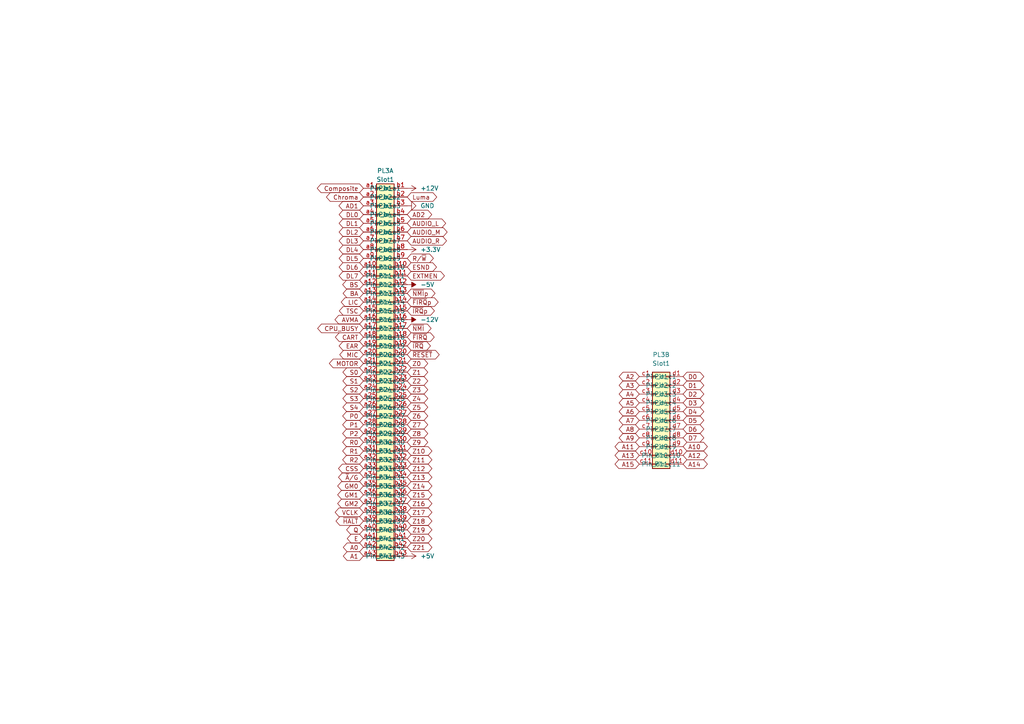
<source format=kicad_sch>
(kicad_sch (version 20231120) (generator "eeschema") (generator_version "8.0")
  (paper "A4")
  (lib_symbols
    (symbol "Card_Edge_1"
      (property "Reference" "PL" (at 0 -0.254 0))
      (symbol "Card_Edge_1_1_1"
        (pin passive line (at -6.35 53.34 0) (length 3.81) (name "Pin_a1") (number "a1"))
        (pin passive line (at -6.35 30.48 0) (length 3.81) (name "Pin_a10") (number "a10"))
        (pin passive line (at -6.35 27.94 0) (length 3.81) (name "Pin_a11") (number "a11"))
        (pin passive line (at -6.35 25.4 0) (length 3.81) (name "Pin_a12") (number "a12"))
        (pin passive line (at -6.35 22.86 0) (length 3.81) (name "Pin_a13") (number "a13"))
        (pin passive line (at -6.35 20.32 0) (length 3.81) (name "Pin_a14") (number "a14"))
        (pin passive line (at -6.35 17.78 0) (length 3.81) (name "Pin_a15") (number "a15"))
        (pin passive line (at -6.35 15.24 0) (length 3.81) (name "Pin_a16") (number "a16"))
        (pin passive line (at -6.35 12.7 0) (length 3.81) (name "Pin_a17") (number "a17"))
        (pin passive line (at -6.35 10.16 0) (length 3.81) (name "Pin_a18") (number "a18"))
        (pin passive line (at -6.35 7.62 0) (length 3.81) (name "Pin_a19") (number "a19"))
        (pin passive line (at -6.35 50.8 0) (length 3.81) (name "Pin_a2") (number "a2"))
        (pin passive line (at -6.35 5.08 0) (length 3.81) (name "Pin_a20") (number "a20"))
        (pin passive line (at -6.35 2.54 0) (length 3.81) (name "Pin_a21") (number "a21"))
        (pin passive line (at -6.35 0 0) (length 3.81) (name "Pin_a22") (number "a22"))
        (pin passive line (at -6.35 -2.54 0) (length 3.81) (name "Pin_a23") (number "a23"))
        (pin passive line (at -6.35 -5.08 0) (length 3.81) (name "Pin_a24") (number "a24"))
        (pin passive line (at -6.35 -7.62 0) (length 3.81) (name "Pin_a25") (number "a25"))
        (pin passive line (at -6.35 -10.16 0) (length 3.81) (name "Pin_a26") (number "a26"))
        (pin passive line (at -6.35 -12.7 0) (length 3.81) (name "Pin_a27") (number "a27"))
        (pin passive line (at -6.35 -15.24 0) (length 3.81) (name "Pin_a28") (number "a28"))
        (pin passive line (at -6.35 -17.78 0) (length 3.81) (name "Pin_a29") (number "a29"))
        (pin passive line (at -6.35 48.26 0) (length 3.81) (name "Pin_a3") (number "a3"))
        (pin passive line (at -6.35 -20.32 0) (length 3.81) (name "Pin_a30") (number "a30"))
        (pin passive line (at -6.35 -22.86 0) (length 3.81) (name "Pin_a31") (number "a31"))
        (pin passive line (at -6.35 -25.4 0) (length 3.81) (name "Pin_a32") (number "a32"))
        (pin passive line (at -6.35 -27.94 0) (length 3.81) (name "Pin_a33") (number "a33"))
        (pin passive line (at -6.35 -30.48 0) (length 3.81) (name "Pin_a34") (number "a34"))
        (pin passive line (at -6.35 -33.02 0) (length 3.81) (name "Pin_a35") (number "a35"))
        (pin passive line (at -6.35 -35.56 0) (length 3.81) (name "Pin_a36") (number "a36"))
        (pin passive line (at -6.35 -38.1 0) (length 3.81) (name "Pin_a37") (number "a37"))
        (pin passive line (at -6.35 -40.64 0) (length 3.81) (name "Pin_a38") (number "a38"))
        (pin passive line (at -6.35 -43.18 0) (length 3.81) (name "Pin_a39") (number "a39"))
        (pin passive line (at -6.35 45.72 0) (length 3.81) (name "Pin_a4") (number "a4"))
        (pin passive line (at -6.35 -45.72 0) (length 3.81) (name "Pin_a40") (number "a40"))
        (pin passive line (at -6.35 -48.26 0) (length 3.81) (name "Pin_a41") (number "a41"))
        (pin passive line (at -6.35 -50.8 0) (length 3.81) (name "Pin_a42") (number "a42"))
        (pin passive line (at -6.35 -53.34 0) (length 3.81) (name "Pin_a43") (number "a43"))
        (pin passive line (at -6.35 43.18 0) (length 3.81) (name "Pin_a5") (number "a5"))
        (pin passive line (at -6.35 40.64 0) (length 3.81) (name "Pin_a6") (number "a6"))
        (pin passive line (at -6.35 38.1 0) (length 3.81) (name "Pin_a7") (number "a7"))
        (pin passive line (at -6.35 35.56 0) (length 3.81) (name "Pin_a8") (number "a8"))
        (pin passive line (at -6.35 33.02 0) (length 3.81) (name "Pin_a9") (number "a9"))
        (pin passive line (at 6.35 53.34 180) (length 3.81) (name "Pin_b1") (number "b1"))
        (pin passive line (at 6.35 30.48 180) (length 3.81) (name "Pin_b10") (number "b10"))
        (pin passive line (at 6.35 27.94 180) (length 3.81) (name "Pin_b11") (number "b11"))
        (pin passive line (at 6.35 25.4 180) (length 3.81) (name "Pin_b12") (number "b12"))
        (pin passive line (at 6.35 22.86 180) (length 3.81) (name "Pin_b13") (number "b13"))
        (pin passive line (at 6.35 20.32 180) (length 3.81) (name "Pin_b14") (number "b14"))
        (pin passive line (at 6.35 17.78 180) (length 3.81) (name "Pin_b15") (number "b15"))
        (pin passive line (at 6.35 15.24 180) (length 3.81) (name "Pin_b16") (number "b16"))
        (pin passive line (at 6.35 12.7 180) (length 3.81) (name "Pin_b17") (number "b17"))
        (pin passive line (at 6.35 10.16 180) (length 3.81) (name "Pin_b18") (number "b18"))
        (pin passive line (at 6.35 7.62 180) (length 3.81) (name "Pin_b19") (number "b19"))
        (pin passive line (at 6.35 50.8 180) (length 3.81) (name "Pin_b2") (number "b2"))
        (pin passive line (at 6.35 5.08 180) (length 3.81) (name "Pin_b20") (number "b20"))
        (pin passive line (at 6.35 2.54 180) (length 3.81) (name "Pin_b21") (number "b21"))
        (pin passive line (at 6.35 0 180) (length 3.81) (name "Pin_b22") (number "b22"))
        (pin passive line (at 6.35 -2.54 180) (length 3.81) (name "Pin_b23") (number "b23"))
        (pin passive line (at 6.35 -5.08 180) (length 3.81) (name "Pin_b24") (number "b24"))
        (pin passive line (at 6.35 -7.62 180) (length 3.81) (name "Pin_b25") (number "b25"))
        (pin passive line (at 6.35 -10.16 180) (length 3.81) (name "Pin_b26") (number "b26"))
        (pin passive line (at 6.35 -12.7 180) (length 3.81) (name "Pin_b27") (number "b27"))
        (pin passive line (at 6.35 -15.24 180) (length 3.81) (name "Pin_b28") (number "b28"))
        (pin passive line (at 6.35 -17.78 180) (length 3.81) (name "Pin_b29") (number "b29"))
        (pin passive line (at 6.35 48.26 180) (length 3.81) (name "Pin_b3") (number "b3"))
        (pin passive line (at 6.35 -20.32 180) (length 3.81) (name "Pin_b30") (number "b30"))
        (pin passive line (at 6.35 -22.86 180) (length 3.81) (name "Pin_b31") (number "b31"))
        (pin passive line (at 6.35 -25.4 180) (length 3.81) (name "Pin_b32") (number "b32"))
        (pin passive line (at 6.35 -27.94 180) (length 3.81) (name "Pin_b33") (number "b33"))
        (pin passive line (at 6.35 -30.48 180) (length 3.81) (name "Pin_b34") (number "b34"))
        (pin passive line (at 6.35 -33.02 180) (length 3.81) (name "Pin_b35") (number "b35"))
        (pin passive line (at 6.35 -35.56 180) (length 3.81) (name "Pin_b36") (number "b36"))
        (pin passive line (at 6.35 -38.1 180) (length 3.81) (name "Pin_b37") (number "b37"))
        (pin passive line (at 6.35 -40.64 180) (length 3.81) (name "Pin_b38") (number "b38"))
        (pin passive line (at 6.35 -43.18 180) (length 3.81) (name "Pin_b39") (number "b39"))
        (pin passive line (at 6.35 45.72 180) (length 3.81) (name "Pin_b4") (number "b4"))
        (pin passive line (at 6.35 -45.72 180) (length 3.81) (name "Pin_b40") (number "b40"))
        (pin passive line (at 6.35 -48.26 180) (length 3.81) (name "Pin_b41") (number "b41"))
        (pin passive line (at 6.35 -50.8 180) (length 3.81) (name "Pin_b42") (number "b42"))
        (pin passive line (at 6.35 -53.34 180) (length 3.81) (name "Pin_b43") (number "b43"))
        (pin passive line (at 6.35 43.18 180) (length 3.81) (name "Pin_b5") (number "b5"))
        (pin passive line (at 6.35 40.64 180) (length 3.81) (name "Pin_b6") (number "b6"))
        (pin passive line (at 6.35 38.1 180) (length 3.81) (name "Pin_b7") (number "b7"))
        (pin passive line (at 6.35 35.56 180) (length 3.81) (name "Pin_b8") (number "b8"))
        (pin passive line (at 6.35 33.02 180) (length 3.81) (name "Pin_b9") (number "b9"))
      )
      (symbol "Card_Edge_1_2_1"
        (pin passive line (at -6.35 12.7 0) (length 3.81) (name "Pin_c1") (number "c1"))
        (pin passive line (at -6.35 -10.16 0) (length 3.81) (name "Pin_c10") (number "c10"))
        (pin passive line (at -6.35 -12.7 0) (length 3.81) (name "Pin_c11") (number "c11"))
        (pin passive line (at -6.35 10.16 0) (length 3.81) (name "Pin_c2") (number "c2"))
        (pin passive line (at -6.35 7.62 0) (length 3.81) (name "Pin_c3") (number "c3"))
        (pin passive line (at -6.35 5.08 0) (length 3.81) (name "Pin_c4") (number "c4"))
        (pin passive line (at -6.35 2.54 0) (length 3.81) (name "Pin_c5") (number "c5"))
        (pin passive line (at -6.35 0 0) (length 3.81) (name "Pin_c6") (number "c6"))
        (pin passive line (at -6.35 -2.54 0) (length 3.81) (name "Pin_c7") (number "c7"))
        (pin passive line (at -6.35 -5.08 0) (length 3.81) (name "Pin_c8") (number "c8"))
        (pin passive line (at -6.35 -7.62 0) (length 3.81) (name "Pin_c9") (number "c9"))
        (pin passive line (at 6.35 12.7 180) (length 3.81) (name "Pin_d1") (number "d1"))
        (pin passive line (at 6.35 -10.16 180) (length 3.81) (name "Pin_d10") (number "d10"))
        (pin passive line (at 6.35 -12.7 180) (length 3.81) (name "Pin_d11") (number "d11"))
        (pin passive line (at 6.35 10.16 180) (length 3.81) (name "Pin_d2") (number "d2"))
        (pin passive line (at 6.35 7.62 180) (length 3.81) (name "Pin_d3") (number "d3"))
        (pin passive line (at 6.35 5.08 180) (length 3.81) (name "Pin_d4") (number "d4"))
        (pin passive line (at 6.35 2.54 180) (length 3.81) (name "Pin_d5") (number "d5"))
        (pin passive line (at 6.35 0 180) (length 3.81) (name "Pin_d6") (number "d6"))
        (pin passive line (at 6.35 -2.54 180) (length 3.81) (name "Pin_d7") (number "d7"))
        (pin passive line (at 6.35 -5.08 180) (length 3.81) (name "Pin_d8") (number "d8"))
        (pin passive line (at 6.35 -7.62 180) (length 3.81) (name "Pin_d9") (number "d9"))
      )
    )
    (symbol "Library:Card_Edge"
      (property "Reference" "PL" (at 0 -0.254 0))
      (symbol "Card_Edge_1_1"
        (pin passive line (at -6.35 53.34 0) (length 3.81) (name "Pin_a1") (number "a1"))
        (pin passive line (at -6.35 30.48 0) (length 3.81) (name "Pin_a10") (number "a10"))
        (pin passive line (at -6.35 27.94 0) (length 3.81) (name "Pin_a11") (number "a11"))
        (pin passive line (at -6.35 25.4 0) (length 3.81) (name "Pin_a12") (number "a12"))
        (pin passive line (at -6.35 22.86 0) (length 3.81) (name "Pin_a13") (number "a13"))
        (pin passive line (at -6.35 20.32 0) (length 3.81) (name "Pin_a14") (number "a14"))
        (pin passive line (at -6.35 17.78 0) (length 3.81) (name "Pin_a15") (number "a15"))
        (pin passive line (at -6.35 15.24 0) (length 3.81) (name "Pin_a16") (number "a16"))
        (pin passive line (at -6.35 12.7 0) (length 3.81) (name "Pin_a17") (number "a17"))
        (pin passive line (at -6.35 10.16 0) (length 3.81) (name "Pin_a18") (number "a18"))
        (pin passive line (at -6.35 7.62 0) (length 3.81) (name "Pin_a19") (number "a19"))
        (pin passive line (at -6.35 50.8 0) (length 3.81) (name "Pin_a2") (number "a2"))
        (pin passive line (at -6.35 5.08 0) (length 3.81) (name "Pin_a20") (number "a20"))
        (pin passive line (at -6.35 2.54 0) (length 3.81) (name "Pin_a21") (number "a21"))
        (pin passive line (at -6.35 0 0) (length 3.81) (name "Pin_a22") (number "a22"))
        (pin passive line (at -6.35 -2.54 0) (length 3.81) (name "Pin_a23") (number "a23"))
        (pin passive line (at -6.35 -5.08 0) (length 3.81) (name "Pin_a24") (number "a24"))
        (pin passive line (at -6.35 -7.62 0) (length 3.81) (name "Pin_a25") (number "a25"))
        (pin passive line (at -6.35 -10.16 0) (length 3.81) (name "Pin_a26") (number "a26"))
        (pin passive line (at -6.35 -12.7 0) (length 3.81) (name "Pin_a27") (number "a27"))
        (pin passive line (at -6.35 -15.24 0) (length 3.81) (name "Pin_a28") (number "a28"))
        (pin passive line (at -6.35 -17.78 0) (length 3.81) (name "Pin_a29") (number "a29"))
        (pin passive line (at -6.35 48.26 0) (length 3.81) (name "Pin_a3") (number "a3"))
        (pin passive line (at -6.35 -20.32 0) (length 3.81) (name "Pin_a30") (number "a30"))
        (pin passive line (at -6.35 -22.86 0) (length 3.81) (name "Pin_a31") (number "a31"))
        (pin passive line (at -6.35 -25.4 0) (length 3.81) (name "Pin_a32") (number "a32"))
        (pin passive line (at -6.35 -27.94 0) (length 3.81) (name "Pin_a33") (number "a33"))
        (pin passive line (at -6.35 -30.48 0) (length 3.81) (name "Pin_a34") (number "a34"))
        (pin passive line (at -6.35 -33.02 0) (length 3.81) (name "Pin_a35") (number "a35"))
        (pin passive line (at -6.35 -35.56 0) (length 3.81) (name "Pin_a36") (number "a36"))
        (pin passive line (at -6.35 -38.1 0) (length 3.81) (name "Pin_a37") (number "a37"))
        (pin passive line (at -6.35 -40.64 0) (length 3.81) (name "Pin_a38") (number "a38"))
        (pin passive line (at -6.35 -43.18 0) (length 3.81) (name "Pin_a39") (number "a39"))
        (pin passive line (at -6.35 45.72 0) (length 3.81) (name "Pin_a4") (number "a4"))
        (pin passive line (at -6.35 -45.72 0) (length 3.81) (name "Pin_a40") (number "a40"))
        (pin passive line (at -6.35 -48.26 0) (length 3.81) (name "Pin_a41") (number "a41"))
        (pin passive line (at -6.35 -50.8 0) (length 3.81) (name "Pin_a42") (number "a42"))
        (pin passive line (at -6.35 -53.34 0) (length 3.81) (name "Pin_a43") (number "a43"))
        (pin passive line (at -6.35 43.18 0) (length 3.81) (name "Pin_a5") (number "a5"))
        (pin passive line (at -6.35 40.64 0) (length 3.81) (name "Pin_a6") (number "a6"))
        (pin passive line (at -6.35 38.1 0) (length 3.81) (name "Pin_a7") (number "a7"))
        (pin passive line (at -6.35 35.56 0) (length 3.81) (name "Pin_a8") (number "a8"))
        (pin passive line (at -6.35 33.02 0) (length 3.81) (name "Pin_a9") (number "a9"))
        (pin passive line (at 6.35 53.34 180) (length 3.81) (name "Pin_b1") (number "b1"))
        (pin passive line (at 6.35 30.48 180) (length 3.81) (name "Pin_b10") (number "b10"))
        (pin passive line (at 6.35 27.94 180) (length 3.81) (name "Pin_b11") (number "b11"))
        (pin passive line (at 6.35 25.4 180) (length 3.81) (name "Pin_b12") (number "b12"))
        (pin passive line (at 6.35 22.86 180) (length 3.81) (name "Pin_b13") (number "b13"))
        (pin passive line (at 6.35 20.32 180) (length 3.81) (name "Pin_b14") (number "b14"))
        (pin passive line (at 6.35 17.78 180) (length 3.81) (name "Pin_b15") (number "b15"))
        (pin passive line (at 6.35 15.24 180) (length 3.81) (name "Pin_b16") (number "b16"))
        (pin passive line (at 6.35 12.7 180) (length 3.81) (name "Pin_b17") (number "b17"))
        (pin passive line (at 6.35 10.16 180) (length 3.81) (name "Pin_b18") (number "b18"))
        (pin passive line (at 6.35 7.62 180) (length 3.81) (name "Pin_b19") (number "b19"))
        (pin passive line (at 6.35 50.8 180) (length 3.81) (name "Pin_b2") (number "b2"))
        (pin passive line (at 6.35 5.08 180) (length 3.81) (name "Pin_b20") (number "b20"))
        (pin passive line (at 6.35 2.54 180) (length 3.81) (name "Pin_b21") (number "b21"))
        (pin passive line (at 6.35 0 180) (length 3.81) (name "Pin_b22") (number "b22"))
        (pin passive line (at 6.35 -2.54 180) (length 3.81) (name "Pin_b23") (number "b23"))
        (pin passive line (at 6.35 -5.08 180) (length 3.81) (name "Pin_b24") (number "b24"))
        (pin passive line (at 6.35 -7.62 180) (length 3.81) (name "Pin_b25") (number "b25"))
        (pin passive line (at 6.35 -10.16 180) (length 3.81) (name "Pin_b26") (number "b26"))
        (pin passive line (at 6.35 -12.7 180) (length 3.81) (name "Pin_b27") (number "b27"))
        (pin passive line (at 6.35 -15.24 180) (length 3.81) (name "Pin_b28") (number "b28"))
        (pin passive line (at 6.35 -17.78 180) (length 3.81) (name "Pin_b29") (number "b29"))
        (pin passive line (at 6.35 48.26 180) (length 3.81) (name "Pin_b3") (number "b3"))
        (pin passive line (at 6.35 -20.32 180) (length 3.81) (name "Pin_b30") (number "b30"))
        (pin passive line (at 6.35 -22.86 180) (length 3.81) (name "Pin_b31") (number "b31"))
        (pin passive line (at 6.35 -25.4 180) (length 3.81) (name "Pin_b32") (number "b32"))
        (pin passive line (at 6.35 -27.94 180) (length 3.81) (name "Pin_b33") (number "b33"))
        (pin passive line (at 6.35 -30.48 180) (length 3.81) (name "Pin_b34") (number "b34"))
        (pin passive line (at 6.35 -33.02 180) (length 3.81) (name "Pin_b35") (number "b35"))
        (pin passive line (at 6.35 -35.56 180) (length 3.81) (name "Pin_b36") (number "b36"))
        (pin passive line (at 6.35 -38.1 180) (length 3.81) (name "Pin_b37") (number "b37"))
        (pin passive line (at 6.35 -40.64 180) (length 3.81) (name "Pin_b38") (number "b38"))
        (pin passive line (at 6.35 -43.18 180) (length 3.81) (name "Pin_b39") (number "b39"))
        (pin passive line (at 6.35 45.72 180) (length 3.81) (name "Pin_b4") (number "b4"))
        (pin passive line (at 6.35 -45.72 180) (length 3.81) (name "Pin_b40") (number "b40"))
        (pin passive line (at 6.35 -48.26 180) (length 3.81) (name "Pin_b41") (number "b41"))
        (pin passive line (at 6.35 -50.8 180) (length 3.81) (name "Pin_b42") (number "b42"))
        (pin passive line (at 6.35 -53.34 180) (length 3.81) (name "Pin_b43") (number "b43"))
        (pin passive line (at 6.35 43.18 180) (length 3.81) (name "Pin_b5") (number "b5"))
        (pin passive line (at 6.35 40.64 180) (length 3.81) (name "Pin_b6") (number "b6"))
        (pin passive line (at 6.35 38.1 180) (length 3.81) (name "Pin_b7") (number "b7"))
        (pin passive line (at 6.35 35.56 180) (length 3.81) (name "Pin_b8") (number "b8"))
        (pin passive line (at 6.35 33.02 180) (length 3.81) (name "Pin_b9") (number "b9"))
      )
      (symbol "Card_Edge_2_1"
        (pin passive line (at -6.35 36.83 0) (length 3.81) (name "Pin_c1") (number "c1"))
        (pin passive line (at -6.35 13.97 0) (length 3.81) (name "Pin_c10") (number "c10"))
        (pin passive line (at -6.35 11.43 0) (length 3.81) (name "Pin_c11") (number "c11"))
        (pin passive line (at -6.35 8.89 0) (length 3.81) (name "Pin_c12") (number "c12"))
        (pin passive line (at -6.35 6.35 0) (length 3.81) (name "Pin_c13") (number "c13"))
        (pin passive line (at -6.35 3.81 0) (length 3.81) (name "Pin_c14") (number "c14"))
        (pin passive line (at -6.35 1.27 0) (length 3.81) (name "Pin_c15") (number "c15"))
        (pin passive line (at -6.35 -1.27 0) (length 3.81) (name "Pin_c16") (number "c16"))
        (pin passive line (at -6.35 -3.81 0) (length 3.81) (name "Pin_c17") (number "c17"))
        (pin passive line (at -6.35 -6.35 0) (length 3.81) (name "Pin_c18") (number "c18"))
        (pin passive line (at -6.35 -8.89 0) (length 3.81) (name "Pin_c19") (number "c19"))
        (pin passive line (at -6.35 34.29 0) (length 3.81) (name "Pin_c2") (number "c2"))
        (pin passive line (at -6.35 -11.43 0) (length 3.81) (name "Pin_c20") (number "c20"))
        (pin passive line (at -6.35 -13.97 0) (length 3.81) (name "Pin_c21") (number "c21"))
        (pin passive line (at -6.35 -16.51 0) (length 3.81) (name "Pin_c22") (number "c22"))
        (pin passive line (at -6.35 -19.05 0) (length 3.81) (name "Pin_c23") (number "c23"))
        (pin passive line (at -6.35 -21.59 0) (length 3.81) (name "Pin_c24") (number "c24"))
        (pin passive line (at -6.35 -24.13 0) (length 3.81) (name "Pin_c25") (number "c25"))
        (pin passive line (at -6.35 -26.67 0) (length 3.81) (name "Pin_c26") (number "c26"))
        (pin passive line (at -6.35 -29.21 0) (length 3.81) (name "Pin_c27") (number "c27"))
        (pin passive line (at -6.35 -31.75 0) (length 3.81) (name "Pin_c28") (number "c28"))
        (pin passive line (at -6.35 -34.29 0) (length 3.81) (name "Pin_c29") (number "c29"))
        (pin passive line (at -6.35 31.75 0) (length 3.81) (name "Pin_c3") (number "c3"))
        (pin passive line (at -6.35 -36.83 0) (length 3.81) (name "Pin_c30") (number "c30"))
        (pin passive line (at -6.35 29.21 0) (length 3.81) (name "Pin_c4") (number "c4"))
        (pin passive line (at -6.35 26.67 0) (length 3.81) (name "Pin_c5") (number "c5"))
        (pin passive line (at -6.35 24.13 0) (length 3.81) (name "Pin_c6") (number "c6"))
        (pin passive line (at -6.35 21.59 0) (length 3.81) (name "Pin_c7") (number "c7"))
        (pin passive line (at -6.35 19.05 0) (length 3.81) (name "Pin_c8") (number "c8"))
        (pin passive line (at -6.35 16.51 0) (length 3.81) (name "Pin_c9") (number "c9"))
        (pin passive line (at 6.35 36.83 180) (length 3.81) (name "Pin_d1") (number "d1"))
        (pin passive line (at 6.35 13.97 180) (length 3.81) (name "Pin_d10") (number "d10"))
        (pin passive line (at 6.35 11.43 180) (length 3.81) (name "Pin_d11") (number "d11"))
        (pin passive line (at 6.35 8.89 180) (length 3.81) (name "Pin_d12") (number "d12"))
        (pin passive line (at 6.35 6.35 180) (length 3.81) (name "Pin_d13") (number "d13"))
        (pin passive line (at 6.35 3.81 180) (length 3.81) (name "Pin_d14") (number "d14"))
        (pin passive line (at 6.35 1.27 180) (length 3.81) (name "Pin_d15") (number "d15"))
        (pin passive line (at 6.35 -1.27 180) (length 3.81) (name "Pin_d16") (number "d16"))
        (pin passive line (at 6.35 -3.81 180) (length 3.81) (name "Pin_d17") (number "d17"))
        (pin passive line (at 6.35 -6.35 180) (length 3.81) (name "Pin_d18") (number "d18"))
        (pin passive line (at 6.35 -8.89 180) (length 3.81) (name "Pin_d19") (number "d19"))
        (pin passive line (at 6.35 34.29 180) (length 3.81) (name "Pin_d2") (number "d2"))
        (pin passive line (at 6.35 -11.43 180) (length 3.81) (name "Pin_d20") (number "d20"))
        (pin passive line (at 6.35 -13.97 180) (length 3.81) (name "Pin_d21") (number "d21"))
        (pin passive line (at 6.35 -16.51 180) (length 3.81) (name "Pin_d22") (number "d22"))
        (pin passive line (at 6.35 -19.05 180) (length 3.81) (name "Pin_d23") (number "d23"))
        (pin passive line (at 6.35 -21.59 180) (length 3.81) (name "Pin_d24") (number "d24"))
        (pin passive line (at 6.35 -24.13 180) (length 3.81) (name "Pin_d25") (number "d25"))
        (pin passive line (at 6.35 -26.67 180) (length 3.81) (name "Pin_d26") (number "d26"))
        (pin passive line (at 6.35 -29.21 180) (length 3.81) (name "Pin_d27") (number "d27"))
        (pin passive line (at 6.35 -31.75 180) (length 3.81) (name "Pin_d28") (number "d28"))
        (pin passive line (at 6.35 -34.29 180) (length 3.81) (name "Pin_d29") (number "d29"))
        (pin passive line (at 6.35 31.75 180) (length 3.81) (name "Pin_d3") (number "d3"))
        (pin passive line (at 6.35 -36.83 180) (length 3.81) (name "Pin_d30") (number "d30"))
        (pin passive line (at 6.35 29.21 180) (length 3.81) (name "Pin_d4") (number "d4"))
        (pin passive line (at 6.35 26.67 180) (length 3.81) (name "Pin_d5") (number "d5"))
        (pin passive line (at 6.35 24.13 180) (length 3.81) (name "Pin_d6") (number "d6"))
        (pin passive line (at 6.35 21.59 180) (length 3.81) (name "Pin_d7") (number "d7"))
        (pin passive line (at 6.35 19.05 180) (length 3.81) (name "Pin_d8") (number "d8"))
        (pin passive line (at 6.35 16.51 180) (length 3.81) (name "Pin_d9") (number "d9"))
      )
    )
    (symbol "power:+12V" (power) (pin_numbers hide) (pin_names (offset 0) hide)
      (property "Value" "+12V" (at 0 3.556 0))
      (symbol "+12V_1_1"
        (pin power_in line (at 0 0 90) (length 0) (name "~") (number "1"))
      )
    )
    (symbol "power:+3.3V" (power) (pin_numbers hide) (pin_names (offset 0) hide)
      (property "Value" "+3.3V" (at 0 3.556 0))
      (symbol "+3.3V_1_1"
        (pin power_in line (at 0 0 90) (length 0) (name "~") (number "1"))
      )
    )
    (symbol "power:+5V" (power) (pin_numbers hide) (pin_names (offset 0) hide)
      (property "Value" "+5V" (at 0 3.556 0))
      (symbol "+5V_1_1"
        (pin power_in line (at 0 0 90) (length 0) (name "~") (number "1"))
      )
    )
    (symbol "power:-12V" (power) (pin_numbers hide) (pin_names (offset 0) hide)
      (property "Value" "-12V" (at 0 3.556 0))
      (symbol "-12V_0_0"
        (pin power_in line (at 0 0 90) (length 0) (name "~") (number "1"))
      )
    )
    (symbol "power:-5V" (power) (pin_numbers hide) (pin_names (offset 0) hide)
      (property "Value" "-5V" (at 0 3.556 0))
      (symbol "-5V_0_0"
        (pin power_in line (at 0 0 90) (length 0) (name "~") (number "1"))
      )
    )
    (symbol "power:GND" (power) (pin_numbers hide) (pin_names (offset 0) hide)
      (property "Value" "GND" (at 0 -3.81 0))
      (symbol "GND_1_1"
        (pin power_in line (at 0 0 270) (length 0) (name "~") (number "1"))
      )
    )
  )
  (global_label "AVMA" (shape bidirectional) (at 105.41 92.71 180) (property "Intersheetrefs" "${INTERSHEET_REFS}" (effects (hide yes))))
  (global_label "EAR" (shape bidirectional) (at 105.41 100.33 180) (property "Intersheetrefs" "${INTERSHEET_REFS}" (effects (hide yes))))
  (global_label "GM2" (shape bidirectional) (at 105.41 146.05 180) (property "Intersheetrefs" "${INTERSHEET_REFS}" (effects (hide yes))))
  (global_label "D2" (shape bidirectional) (at 198.12 114.3 0) (property "Intersheetrefs" "${INTERSHEET_REFS}" (effects (hide yes))))
  (global_label "Z8" (shape bidirectional) (at 118.11 125.73 0) (property "Intersheetrefs" "${INTERSHEET_REFS}" (effects (hide yes))))
  (global_label "CPU_BUSY" (shape bidirectional) (at 105.41 95.25 180) (property "Intersheetrefs" "${INTERSHEET_REFS}" (effects (hide yes))))
  (global_label "MOTOR" (shape bidirectional) (at 105.41 105.41 180) (property "Intersheetrefs" "${INTERSHEET_REFS}" (effects (hide yes))))
  (global_label "A15" (shape bidirectional) (at 185.42 134.62 180) (property "Intersheetrefs" "${INTERSHEET_REFS}" (effects (hide yes))))
  (global_label "D1" (shape bidirectional) (at 198.12 111.76 0) (property "Intersheetrefs" "${INTERSHEET_REFS}" (effects (hide yes))))
  (global_label "Z7" (shape bidirectional) (at 118.11 123.19 0) (property "Intersheetrefs" "${INTERSHEET_REFS}" (effects (hide yes))))
  (global_label "~{NMI}p" (shape bidirectional) (at 118.11 85.09 0) (property "Intersheetrefs" "${INTERSHEET_REFS}" (effects (hide yes))))
  (global_label "BA" (shape bidirectional) (at 105.41 85.09 180) (property "Intersheetrefs" "${INTERSHEET_REFS}" (effects (hide yes))))
  (global_label "Z21" (shape bidirectional) (at 118.11 158.75 0) (property "Intersheetrefs" "${INTERSHEET_REFS}" (effects (hide yes))))
  (global_label "Z11" (shape bidirectional) (at 118.11 133.35 0) (property "Intersheetrefs" "${INTERSHEET_REFS}" (effects (hide yes))))
  (global_label "DL3" (shape bidirectional) (at 105.41 69.85 180) (property "Intersheetrefs" "${INTERSHEET_REFS}" (effects (hide yes))))
  (global_label "CART" (shape bidirectional) (at 105.41 97.79 180) (property "Intersheetrefs" "${INTERSHEET_REFS}" (effects (hide yes))))
  (global_label "~{FIRQ}p" (shape bidirectional) (at 118.11 87.63 0) (property "Intersheetrefs" "${INTERSHEET_REFS}" (effects (hide yes))))
  (global_label "BS" (shape bidirectional) (at 105.41 82.55 180) (property "Intersheetrefs" "${INTERSHEET_REFS}" (effects (hide yes))))
  (global_label "E" (shape bidirectional) (at 105.41 156.21 180) (property "Intersheetrefs" "${INTERSHEET_REFS}" (effects (hide yes))))
  (global_label "D0" (shape bidirectional) (at 198.12 109.22 0) (property "Intersheetrefs" "${INTERSHEET_REFS}" (effects (hide yes))))
  (global_label "AUDIO_R" (shape bidirectional) (at 118.11 69.85 0) (property "Intersheetrefs" "${INTERSHEET_REFS}" (effects (hide yes))))
  (global_label "A6" (shape bidirectional) (at 185.42 119.38 180) (property "Intersheetrefs" "${INTERSHEET_REFS}" (effects (hide yes))))
  (global_label "EXTMEN" (shape bidirectional) (at 118.11 80.01 0) (property "Intersheetrefs" "${INTERSHEET_REFS}" (effects (hide yes))))
  (global_label "DL4" (shape bidirectional) (at 105.41 72.39 180) (property "Intersheetrefs" "${INTERSHEET_REFS}" (effects (hide yes))))
  (global_label "~{FIRQ}" (shape bidirectional) (at 118.11 97.79 0) (property "Intersheetrefs" "${INTERSHEET_REFS}" (effects (hide yes))))
  (global_label "Z3" (shape bidirectional) (at 118.11 113.03 0) (property "Intersheetrefs" "${INTERSHEET_REFS}" (effects (hide yes))))
  (global_label "TSC" (shape bidirectional) (at 105.41 90.17 180) (property "Intersheetrefs" "${INTERSHEET_REFS}" (effects (hide yes))))
  (global_label "AUDIO_M" (shape bidirectional) (at 118.11 67.31 0) (property "Intersheetrefs" "${INTERSHEET_REFS}" (effects (hide yes))))
  (global_label "Luma" (shape bidirectional) (at 118.11 57.15 0) (property "Intersheetrefs" "${INTERSHEET_REFS}" (effects (hide yes))))
  (global_label "Z14" (shape bidirectional) (at 118.11 140.97 0) (property "Intersheetrefs" "${INTERSHEET_REFS}" (effects (hide yes))))
  (global_label "R0" (shape bidirectional) (at 105.41 128.27 180) (property "Intersheetrefs" "${INTERSHEET_REFS}" (effects (hide yes))))
  (global_label "DL7" (shape bidirectional) (at 105.41 80.01 180) (property "Intersheetrefs" "${INTERSHEET_REFS}" (effects (hide yes))))
  (global_label "~{A}{slash}G" (shape bidirectional) (at 105.41 138.43 180) (property "Intersheetrefs" "${INTERSHEET_REFS}" (effects (hide yes))))
  (global_label "~{NMI}" (shape bidirectional) (at 118.11 95.25 0) (property "Intersheetrefs" "${INTERSHEET_REFS}" (effects (hide yes))))
  (global_label "DL2" (shape bidirectional) (at 105.41 67.31 180) (property "Intersheetrefs" "${INTERSHEET_REFS}" (effects (hide yes))))
  (global_label "Z0" (shape bidirectional) (at 118.11 105.41 0) (property "Intersheetrefs" "${INTERSHEET_REFS}" (effects (hide yes))))
  (global_label "~{RESET}" (shape bidirectional) (at 118.11 102.87 0) (property "Intersheetrefs" "${INTERSHEET_REFS}" (effects (hide yes))))
  (global_label "GM0" (shape bidirectional) (at 105.41 140.97 180) (property "Intersheetrefs" "${INTERSHEET_REFS}" (effects (hide yes))))
  (global_label "Z12" (shape bidirectional) (at 118.11 135.89 0) (property "Intersheetrefs" "${INTERSHEET_REFS}" (effects (hide yes))))
  (global_label "Z5" (shape bidirectional) (at 118.11 118.11 0) (property "Intersheetrefs" "${INTERSHEET_REFS}" (effects (hide yes))))
  (global_label "P2" (shape bidirectional) (at 105.41 125.73 180) (property "Intersheetrefs" "${INTERSHEET_REFS}" (effects (hide yes))))
  (global_label "DL6" (shape bidirectional) (at 105.41 77.47 180) (property "Intersheetrefs" "${INTERSHEET_REFS}" (effects (hide yes))))
  (global_label "Q" (shape bidirectional) (at 105.41 153.67 180) (property "Intersheetrefs" "${INTERSHEET_REFS}" (effects (hide yes))))
  (global_label "D3" (shape bidirectional) (at 198.12 116.84 0) (property "Intersheetrefs" "${INTERSHEET_REFS}" (effects (hide yes))))
  (global_label "A8" (shape bidirectional) (at 185.42 124.46 180) (property "Intersheetrefs" "${INTERSHEET_REFS}" (effects (hide yes))))
  (global_label "A2" (shape bidirectional) (at 185.42 109.22 180) (property "Intersheetrefs" "${INTERSHEET_REFS}" (effects (hide yes))))
  (global_label "A11" (shape bidirectional) (at 185.42 129.54 180) (property "Intersheetrefs" "${INTERSHEET_REFS}" (effects (hide yes))))
  (global_label "Z9" (shape bidirectional) (at 118.11 128.27 0) (property "Intersheetrefs" "${INTERSHEET_REFS}" (effects (hide yes))))
  (global_label "A10" (shape bidirectional) (at 198.12 129.54 0) (property "Intersheetrefs" "${INTERSHEET_REFS}" (effects (hide yes))))
  (global_label "Z17" (shape bidirectional) (at 118.11 148.59 0) (property "Intersheetrefs" "${INTERSHEET_REFS}" (effects (hide yes))))
  (global_label "A0" (shape bidirectional) (at 105.41 158.75 180) (property "Intersheetrefs" "${INTERSHEET_REFS}" (effects (hide yes))))
  (global_label "ESND" (shape bidirectional) (at 118.11 77.47 0) (property "Intersheetrefs" "${INTERSHEET_REFS}" (effects (hide yes))))
  (global_label "GM1" (shape bidirectional) (at 105.41 143.51 180) (property "Intersheetrefs" "${INTERSHEET_REFS}" (effects (hide yes))))
  (global_label "A1" (shape bidirectional) (at 105.41 161.29 180) (property "Intersheetrefs" "${INTERSHEET_REFS}" (effects (hide yes))))
  (global_label "D7" (shape bidirectional) (at 198.12 127 0) (property "Intersheetrefs" "${INTERSHEET_REFS}" (effects (hide yes))))
  (global_label "Z16" (shape bidirectional) (at 118.11 146.05 0) (property "Intersheetrefs" "${INTERSHEET_REFS}" (effects (hide yes))))
  (global_label "A4" (shape bidirectional) (at 185.42 114.3 180) (property "Intersheetrefs" "${INTERSHEET_REFS}" (effects (hide yes))))
  (global_label "Z19" (shape bidirectional) (at 118.11 153.67 0) (property "Intersheetrefs" "${INTERSHEET_REFS}" (effects (hide yes))))
  (global_label "A12" (shape bidirectional) (at 198.12 132.08 0) (property "Intersheetrefs" "${INTERSHEET_REFS}" (effects (hide yes))))
  (global_label "LIC" (shape bidirectional) (at 105.41 87.63 180) (property "Intersheetrefs" "${INTERSHEET_REFS}" (effects (hide yes))))
  (global_label "A9" (shape bidirectional) (at 185.42 127 180) (property "Intersheetrefs" "${INTERSHEET_REFS}" (effects (hide yes))))
  (global_label "MIC" (shape bidirectional) (at 105.41 102.87 180) (property "Intersheetrefs" "${INTERSHEET_REFS}" (effects (hide yes))))
  (global_label "Z4" (shape bidirectional) (at 118.11 115.57 0) (property "Intersheetrefs" "${INTERSHEET_REFS}" (effects (hide yes))))
  (global_label "A14" (shape bidirectional) (at 198.12 134.62 0) (property "Intersheetrefs" "${INTERSHEET_REFS}" (effects (hide yes))))
  (global_label "~{IRQ}" (shape bidirectional) (at 118.11 100.33 0) (property "Intersheetrefs" "${INTERSHEET_REFS}" (effects (hide yes))))
  (global_label "DL0" (shape bidirectional) (at 105.41 62.23 180) (property "Intersheetrefs" "${INTERSHEET_REFS}" (effects (hide yes))))
  (global_label "R1" (shape bidirectional) (at 105.41 130.81 180) (property "Intersheetrefs" "${INTERSHEET_REFS}" (effects (hide yes))))
  (global_label "Z15" (shape bidirectional) (at 118.11 143.51 0) (property "Intersheetrefs" "${INTERSHEET_REFS}" (effects (hide yes))))
  (global_label "A13" (shape bidirectional) (at 185.42 132.08 180) (property "Intersheetrefs" "${INTERSHEET_REFS}" (effects (hide yes))))
  (global_label "R{slash}~{W}" (shape bidirectional) (at 118.11 74.93 0) (property "Intersheetrefs" "${INTERSHEET_REFS}" (effects (hide yes))))
  (global_label "DL1" (shape bidirectional) (at 105.41 64.77 180) (property "Intersheetrefs" "${INTERSHEET_REFS}" (effects (hide yes))))
  (global_label "D5" (shape bidirectional) (at 198.12 121.92 0) (property "Intersheetrefs" "${INTERSHEET_REFS}" (effects (hide yes))))
  (global_label "Z10" (shape bidirectional) (at 118.11 130.81 0) (property "Intersheetrefs" "${INTERSHEET_REFS}" (effects (hide yes))))
  (global_label "~{IRQ}p" (shape bidirectional) (at 118.11 90.17 0) (property "Intersheetrefs" "${INTERSHEET_REFS}" (effects (hide yes))))
  (global_label "S1" (shape bidirectional) (at 105.41 110.49 180) (property "Intersheetrefs" "${INTERSHEET_REFS}" (effects (hide yes))))
  (global_label "VCLK" (shape bidirectional) (at 105.41 148.59 180) (property "Intersheetrefs" "${INTERSHEET_REFS}" (effects (hide yes))))
  (global_label "S3" (shape bidirectional) (at 105.41 115.57 180) (property "Intersheetrefs" "${INTERSHEET_REFS}" (effects (hide yes))))
  (global_label "A5" (shape bidirectional) (at 185.42 116.84 180) (property "Intersheetrefs" "${INTERSHEET_REFS}" (effects (hide yes))))
  (global_label "P0" (shape bidirectional) (at 105.41 120.65 180) (property "Intersheetrefs" "${INTERSHEET_REFS}" (effects (hide yes))))
  (global_label "Z13" (shape bidirectional) (at 118.11 138.43 0) (property "Intersheetrefs" "${INTERSHEET_REFS}" (effects (hide yes))))
  (global_label "Z2" (shape bidirectional) (at 118.11 110.49 0) (property "Intersheetrefs" "${INTERSHEET_REFS}" (effects (hide yes))))
  (global_label "Z1" (shape bidirectional) (at 118.11 107.95 0) (property "Intersheetrefs" "${INTERSHEET_REFS}" (effects (hide yes))))
  (global_label "AD1" (shape bidirectional) (at 105.41 59.69 180) (property "Intersheetrefs" "${INTERSHEET_REFS}" (effects (hide yes))))
  (global_label "S4" (shape bidirectional) (at 105.41 118.11 180) (property "Intersheetrefs" "${INTERSHEET_REFS}" (effects (hide yes))))
  (global_label "AUDIO_L" (shape bidirectional) (at 118.11 64.77 0) (property "Intersheetrefs" "${INTERSHEET_REFS}" (effects (hide yes))))
  (global_label "AD2" (shape bidirectional) (at 118.11 62.23 0) (property "Intersheetrefs" "${INTERSHEET_REFS}" (effects (hide yes))))
  (global_label "Z6" (shape bidirectional) (at 118.11 120.65 0) (property "Intersheetrefs" "${INTERSHEET_REFS}" (effects (hide yes))))
  (global_label "Chroma" (shape bidirectional) (at 105.41 57.15 180) (property "Intersheetrefs" "${INTERSHEET_REFS}" (effects (hide yes))))
  (global_label "A3" (shape bidirectional) (at 185.42 111.76 180) (property "Intersheetrefs" "${INTERSHEET_REFS}" (effects (hide yes))))
  (global_label "S2" (shape bidirectional) (at 105.41 113.03 180) (property "Intersheetrefs" "${INTERSHEET_REFS}" (effects (hide yes))))
  (global_label "P1" (shape bidirectional) (at 105.41 123.19 180) (property "Intersheetrefs" "${INTERSHEET_REFS}" (effects (hide yes))))
  (global_label "Z18" (shape bidirectional) (at 118.11 151.13 0) (property "Intersheetrefs" "${INTERSHEET_REFS}" (effects (hide yes))))
  (global_label "R2" (shape bidirectional) (at 105.41 133.35 180) (property "Intersheetrefs" "${INTERSHEET_REFS}" (effects (hide yes))))
  (global_label "Z20" (shape bidirectional) (at 118.11 156.21 0) (property "Intersheetrefs" "${INTERSHEET_REFS}" (effects (hide yes))))
  (global_label "A7" (shape bidirectional) (at 185.42 121.92 180) (property "Intersheetrefs" "${INTERSHEET_REFS}" (effects (hide yes))))
  (global_label "D4" (shape bidirectional) (at 198.12 119.38 0) (property "Intersheetrefs" "${INTERSHEET_REFS}" (effects (hide yes))))
  (global_label "~{HALT}" (shape bidirectional) (at 105.41 151.13 180) (property "Intersheetrefs" "${INTERSHEET_REFS}" (effects (hide yes))))
  (global_label "Composite" (shape bidirectional) (at 105.41 54.61 180) (property "Intersheetrefs" "${INTERSHEET_REFS}" (effects (hide yes))))
  (global_label "D6" (shape bidirectional) (at 198.12 124.46 0) (property "Intersheetrefs" "${INTERSHEET_REFS}" (effects (hide yes))))
  (global_label "DL5" (shape bidirectional) (at 105.41 74.93 180) (property "Intersheetrefs" "${INTERSHEET_REFS}" (effects (hide yes))))
  (global_label "CSS" (shape bidirectional) (at 105.41 135.89 180) (property "Intersheetrefs" "${INTERSHEET_REFS}" (effects (hide yes))))
  (global_label "S0" (shape bidirectional) (at 105.41 107.95 180) (property "Intersheetrefs" "${INTERSHEET_REFS}" (effects (hide yes))))
  (symbol (lib_id "power:GND") (at 118.11 59.69 90) (mirror x) (unit 1)
    (property "Reference" "#PWR09" (effects (hide yes)))
    (property "Value" "GND" (at 121.92 59.6899 90) (effects (justify right)))
    (property "Description" "Power symbol creates a global label with name \"GND\" , ground" (effects (hide yes)))
  )
  (symbol (lib_id "power:+5V") (at 118.11 161.29 270) (unit 1)
    (property "Reference" "#PWR032" (effects (hide yes)))
    (property "Value" "+5V" (at 121.92 161.2899 90) (effects (justify left)))
    (property "Description" "Power symbol creates a global label with name \"+5V\"" (effects (hide yes)))
  )
  (symbol (lib_id "power:+12V") (at 118.11 54.61 270) (unit 1)
    (property "Reference" "#PWR010" (effects (hide yes)))
    (property "Value" "+12V" (at 121.92 54.6099 90) (effects (justify left)))
    (property "Description" "Power symbol creates a global label with name \"+12V\"" (effects (hide yes)))
  )
  (symbol (lib_id "power:+3.3V") (at 118.11 72.39 270) (unit 1)
    (property "Reference" "#PWR011" (effects (hide yes)))
    (property "Value" "+3.3V" (at 121.92 72.3899 90) (effects (justify left)))
    (property "Description" "Power symbol creates a global label with name \"+3.3V\"" (effects (hide yes)))
  )
  (symbol (lib_id "power:-5V") (at 118.11 82.55 270) (unit 1)
    (property "Reference" "#PWR012" (effects (hide yes)))
    (property "Value" "-5V" (at 121.92 82.5499 90) (effects (justify left)))
    (property "Description" "Power symbol creates a global label with name \"-5V\"" (effects (hide yes)))
  )
  (symbol (lib_id "Library:Card_Edge") (at 111.76 107.95 0) (unit 1)
    (property "Reference" "PL3" (at 111.76 49.53 0))
    (property "Value" "Slot1" (at 111.76 52.07 0))
    (property "Footprint" "Library:Card_Edge" (effects (hide yes)))
  )
  (symbol (lib_name "Card_Edge_1") (lib_id "Library:Card_Edge") (at 191.77 121.92 0) (unit 2)
    (property "Reference" "PL3" (at 191.77 102.87 0))
    (property "Value" "Slot1" (at 191.77 105.41 0))
    (property "Footprint" "Library:Card_Edge" (effects (hide yes)))
  )
  (symbol (lib_id "power:-12V") (at 118.11 92.71 270) (unit 1)
    (property "Reference" "#PWR019" (effects (hide yes)))
    (property "Value" "-12V" (at 121.92 92.7099 90) (effects (justify left)))
    (property "Description" "Power symbol creates a global label with name \"-12V\"" (effects (hide yes)))
  )
)
</source>
